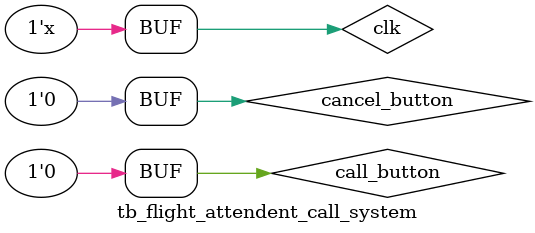
<source format=v>
`timescale 1ns / 1ps


module tb_flight_attendent_call_system;

reg clk;
reg call_button;
reg cancel_button;

wire light_state;

flight_attendent_call_system u1 (
    .clk(clk),
    .call_button(call_button),
    .cancel_button(cancel_button),
    .light_state(light_state)
);

initial
begin

clk = 0;
call_button = 0;
cancel_button = 0;

#10;

call_button = 1;
cancel_button = 0;

#10

call_button = 0;
cancel_button = 1;

#10

call_button = 1;
cancel_button = 1;

#10

call_button = 0;
cancel_button = 0;

#10

call_button = 1;
cancel_button = 0;

#10

cancel_button = 1;

#20

cancel_button = 0;

#20

call_button = 0;
cancel_button = 1;

#20

call_button = 0;
cancel_button = 0;

end

always
#5 clk = ~clk;

endmodule

</source>
